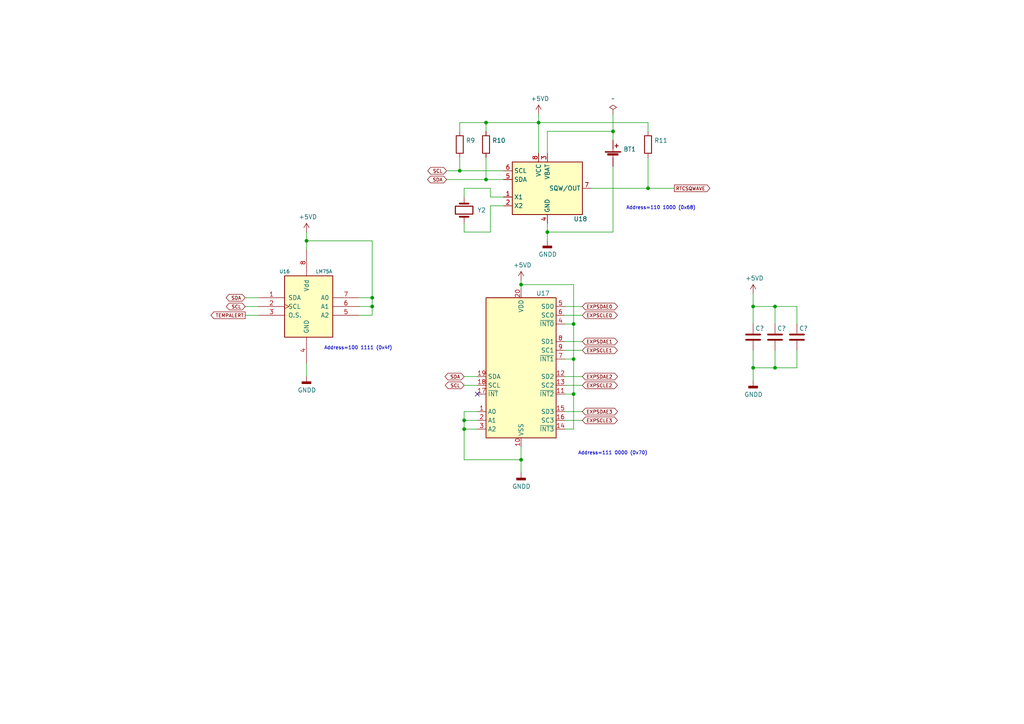
<source format=kicad_sch>
(kicad_sch (version 20211123) (generator eeschema)
  (paper "A4")
  (title_block (title "MAXI030 - 68030 based expandable computer") (date "2021-10-02") (comment 1 "Lawrence Manning"))
  (lib_symbols
    (symbol "Aslak:LM75A" (pin_names (offset 1.016))
      (property "Reference" "U" (at -6.35 10.16 0))
      (property "Value" "Aslak_LM75A" (at 5.08 10.16 0))
      (symbol "LM75A_0_1"
        (rectangle (start -6.35 8.89) (end 7.62 -8.89) (stroke (width 0.254)) (fill (type background)))
      )
      (symbol "LM75A_1_1"
        (pin bidirectional line (at -13.97 2.54 0) (length 7.62) (name "SDA") (number "1"))
        (pin bidirectional clock (at -13.97 0 0) (length 7.62) (name "SCL") (number "2"))
        (pin open_collector line (at -13.97 -2.54 0) (length 7.62) (name "O.S.") (number "3"))
        (pin power_in line (at 0 -16.51 90) (length 7.62) (name "GND") (number "4"))
        (pin input line (at 15.24 -2.54 180) (length 7.62) (name "A2") (number "5"))
        (pin input line (at 15.24 0 180) (length 7.62) (name "A1") (number "6"))
        (pin input line (at 15.24 2.54 180) (length 7.62) (name "A0") (number "7"))
        (pin power_in line (at 0 16.51 270) (length 7.62) (name "Vdd") (number "8"))
      )
    )
    (symbol "Device:Battery_Cell" (pin_numbers hide) (pin_names (offset 0) hide)
      (property "Reference" "BT" (at 2.54 2.54 0))
      (property "Value" "Battery_Cell" (at 2.54 0 0))
      (symbol "Battery_Cell_0_1"
        (rectangle (start -2.286 1.778) (end 2.286 1.524) (fill (type outline)))
        (rectangle (start -1.5748 1.1938) (end 1.4732 0.6858) (fill (type outline)))
        (polyline (pts (xy 0 0.762) (xy 0 0)))
        (polyline (pts (xy 0 1.778) (xy 0 2.54)))
        (polyline (pts (xy 0.508 3.429) (xy 1.524 3.429)) (stroke (width 0.254)))
        (polyline (pts (xy 1.016 3.937) (xy 1.016 2.921)) (stroke (width 0.254)))
      )
      (symbol "Battery_Cell_1_1"
        (pin passive line (at 0 5.08 270) (length 2.54) (name "+") (number "1"))
        (pin passive line (at 0 -2.54 90) (length 2.54) (name "-") (number "2"))
      )
    )
    (symbol "Device:C" (pin_numbers hide) (pin_names (offset 0.254))
      (property "Reference" "C" (at 0.635 2.54 0))
      (property "Value" "C" (at 0.635 -2.54 0))
      (symbol "C_0_1"
        (polyline (pts (xy -2.032 -0.762) (xy 2.032 -0.762)) (stroke (width 0.508)))
        (polyline (pts (xy -2.032 0.762) (xy 2.032 0.762)) (stroke (width 0.508)))
      )
      (symbol "C_1_1"
        (pin passive line (at 0 3.81 270) (length 2.794) (name "~") (number "1"))
        (pin passive line (at 0 -3.81 90) (length 2.794) (name "~") (number "2"))
      )
    )
    (symbol "Device:Crystal" (pin_numbers hide) (pin_names (offset 1.016) hide)
      (property "Reference" "Y" (at 0 3.81 0))
      (property "Value" "Crystal" (at 0 -3.81 0))
      (symbol "Crystal_0_1"
        (rectangle (start -1.143 2.54) (end 1.143 -2.54) (stroke (width 0.3048)))
        (polyline (pts (xy -2.54 0) (xy -1.905 0)))
        (polyline (pts (xy -1.905 -1.27) (xy -1.905 1.27)) (stroke (width 0.508)))
        (polyline (pts (xy 1.905 -1.27) (xy 1.905 1.27)) (stroke (width 0.508)))
        (polyline (pts (xy 2.54 0) (xy 1.905 0)))
      )
      (symbol "Crystal_1_1"
        (pin passive line (at -3.81 0 0) (length 1.27) (name "1") (number "1"))
        (pin passive line (at 3.81 0 180) (length 1.27) (name "2") (number "2"))
      )
    )
    (symbol "Device:R" (pin_numbers hide) (pin_names (offset 0))
      (property "Reference" "R" (at 2.032 0 90))
      (property "Value" "R" (at 0 0 90))
      (symbol "R_0_1"
        (rectangle (start -1.016 -2.54) (end 1.016 2.54) (stroke (width 0.254)))
      )
      (symbol "R_1_1"
        (pin passive line (at 0 3.81 270) (length 1.27) (name "~") (number "1"))
        (pin passive line (at 0 -3.81 90) (length 1.27) (name "~") (number "2"))
      )
    )
    (symbol "Interface_Expansion:PCA9544APW"
      (property "Reference" "U" (at -8.89 21.59 0))
      (property "Value" "PCA9544APW" (at 7.62 21.59 0))
      (symbol "PCA9544APW_0_1"
        (rectangle (start 10.16 20.32) (end -10.16 -20.32) (stroke (width 0.254)) (fill (type background)))
      )
      (symbol "PCA9544APW_1_1"
        (pin input line (at -12.7 -12.7 0) (length 2.54) (name "A0") (number "1"))
        (pin power_in line (at 0 -22.86 90) (length 2.54) (name "VSS") (number "10"))
        (pin input line (at 12.7 -7.62 180) (length 2.54) (name "~{INT2}") (number "11"))
        (pin bidirectional line (at 12.7 -2.54 180) (length 2.54) (name "SD2") (number "12"))
        (pin output line (at 12.7 -5.08 180) (length 2.54) (name "SC2") (number "13"))
        (pin input line (at 12.7 -17.78 180) (length 2.54) (name "~{INT3}") (number "14"))
        (pin bidirectional line (at 12.7 -12.7 180) (length 2.54) (name "SD3") (number "15"))
        (pin output line (at 12.7 -15.24 180) (length 2.54) (name "SC3") (number "16"))
        (pin open_collector line (at -12.7 -7.62 0) (length 2.54) (name "~{INT}") (number "17"))
        (pin input line (at -12.7 -5.08 0) (length 2.54) (name "SCL") (number "18"))
        (pin bidirectional line (at -12.7 -2.54 0) (length 2.54) (name "SDA") (number "19"))
        (pin input line (at -12.7 -15.24 0) (length 2.54) (name "A1") (number "2"))
        (pin power_in line (at 0 22.86 270) (length 2.54) (name "VDD") (number "20"))
        (pin input line (at -12.7 -17.78 0) (length 2.54) (name "A2") (number "3"))
        (pin input line (at 12.7 12.7 180) (length 2.54) (name "~{INT0}") (number "4"))
        (pin bidirectional line (at 12.7 17.78 180) (length 2.54) (name "SD0") (number "5"))
        (pin output line (at 12.7 15.24 180) (length 2.54) (name "SC0") (number "6"))
        (pin input line (at 12.7 2.54 180) (length 2.54) (name "~{INT1}") (number "7"))
        (pin bidirectional line (at 12.7 7.62 180) (length 2.54) (name "SD1") (number "8"))
        (pin output line (at 12.7 5.08 180) (length 2.54) (name "SC1") (number "9"))
      )
    )
    (symbol "Timer_RTC:DS1307Z+"
      (property "Reference" "U" (at -8.89 8.89 0))
      (property "Value" "DS1307Z+" (at 1.27 8.89 0))
      (symbol "DS1307Z+_0_1"
        (rectangle (start -10.16 7.62) (end 10.16 -7.62) (stroke (width 0.254)) (fill (type background)))
      )
      (symbol "DS1307Z+_1_1"
        (pin input line (at -12.7 -2.54 0) (length 2.54) (name "X1") (number "1"))
        (pin input line (at -12.7 -5.08 0) (length 2.54) (name "X2") (number "2"))
        (pin power_in line (at 0 10.16 270) (length 2.54) (name "VBAT") (number "3"))
        (pin power_in line (at 0 -10.16 90) (length 2.54) (name "GND") (number "4"))
        (pin bidirectional line (at -12.7 2.54 0) (length 2.54) (name "SDA") (number "5"))
        (pin input line (at -12.7 5.08 0) (length 2.54) (name "SCL") (number "6"))
        (pin open_collector line (at 12.7 0 180) (length 2.54) (name "SQW/OUT") (number "7"))
        (pin power_in line (at -2.54 10.16 270) (length 2.54) (name "VCC") (number "8"))
      )
    )
    (symbol "power:+5VD" (power) (pin_names (offset 0))
      (property "Value" "+5VD" (at 0 3.556 0))
      (symbol "+5VD_0_1"
        (polyline (pts (xy -0.762 1.27) (xy 0 2.54)))
        (polyline (pts (xy 0 0) (xy 0 2.54)))
        (polyline (pts (xy 0 2.54) (xy 0.762 1.27)))
      )
      (symbol "+5VD_1_1"
        (pin power_in line (at 0 0 90) (length 0) hide (name "+5VD") (number "1"))
      )
    )
    (symbol "power:GNDD" (power) (pin_names (offset 0))
      (property "Value" "GNDD" (at 0 -3.175 0))
      (symbol "GNDD_0_1"
        (rectangle (start -1.27 -1.524) (end 1.27 -2.032) (stroke (width 0.254)) (fill (type outline)))
        (polyline (pts (xy 0 0) (xy 0 -1.524)))
      )
      (symbol "GNDD_1_1"
        (pin power_in line (at 0 0 270) (length 0) hide (name "GNDD") (number "1"))
      )
    )
    (symbol "power:PWR_FLAG" (power) (pin_numbers hide) (pin_names (offset 0) hide)
      (property "Value" "PWR_FLAG" (at 0 3.81 0))
      (symbol "PWR_FLAG_0_0"
        (pin power_out line (at 0 0 90) (length 0) (name "pwr") (number "1"))
      )
      (symbol "PWR_FLAG_0_1"
        (polyline (pts (xy 0 0) (xy 0 1.27) (xy -1.016 1.905) (xy 0 2.54) (xy 1.016 1.905) (xy 0 1.27)))
      )
    )
  )
  (junction (at 140.97 35.56))
  (junction (at 166.37 104.14))
  (junction (at 156.21 35.56))
  (junction (at 134.62 121.92))
  (junction (at 224.79 106.68))
  (junction (at 140.97 52.07))
  (junction (at 187.96 54.61))
  (junction (at 151.13 133.35))
  (junction (at 107.95 88.9))
  (junction (at 133.35 49.53))
  (junction (at 134.62 124.46))
  (junction (at 151.13 82.55))
  (junction (at 166.37 93.98))
  (junction (at 224.79 88.9))
  (junction (at 218.44 106.68))
  (junction (at 218.44 88.9))
  (junction (at 107.95 86.36))
  (junction (at 177.8 38.1))
  (junction (at 88.9 69.85))
  (junction (at 166.37 114.3))
  (junction (at 158.75 67.31))
  (no_connect (at 138.43 114.3))
  (wire (pts (xy 151.13 82.55) (xy 151.13 81.28)))
  (wire (pts (xy 133.35 35.56) (xy 140.97 35.56)))
  (wire (pts (xy 74.93 88.9) (xy 71.12 88.9)))
  (wire (pts (xy 218.44 85.09) (xy 218.44 88.9)))
  (wire (pts (xy 142.24 59.69) (xy 146.05 59.69)))
  (wire (pts (xy 231.14 106.68) (xy 224.79 106.68)))
  (wire (pts (xy 138.43 119.38) (xy 134.62 119.38)))
  (wire (pts (xy 218.44 88.9) (xy 218.44 93.98)))
  (wire (pts (xy 74.93 86.36) (xy 71.12 86.36)))
  (wire (pts (xy 134.62 119.38) (xy 134.62 121.92)))
  (wire (pts (xy 177.8 67.31) (xy 177.8 48.26)))
  (wire (pts (xy 158.75 38.1) (xy 177.8 38.1)))
  (wire (pts (xy 168.91 88.9) (xy 163.83 88.9)))
  (wire (pts (xy 107.95 91.44) (xy 107.95 88.9)))
  (wire (pts (xy 142.24 57.15) (xy 146.05 57.15)))
  (wire (pts (xy 166.37 93.98) (xy 166.37 82.55)))
  (wire (pts (xy 218.44 106.68) (xy 218.44 110.49)))
  (wire (pts (xy 138.43 124.46) (xy 134.62 124.46)))
  (wire (pts (xy 134.62 64.77) (xy 134.62 67.31)))
  (wire (pts (xy 177.8 38.1) (xy 177.8 40.64)))
  (wire (pts (xy 168.91 101.6) (xy 163.83 101.6)))
  (wire (pts (xy 166.37 82.55) (xy 151.13 82.55)))
  (wire (pts (xy 142.24 54.61) (xy 142.24 57.15)))
  (wire (pts (xy 134.62 67.31) (xy 142.24 67.31)))
  (wire (pts (xy 134.62 124.46) (xy 134.62 133.35)))
  (wire (pts (xy 146.05 52.07) (xy 140.97 52.07)))
  (wire (pts (xy 151.13 133.35) (xy 151.13 129.54)))
  (wire (pts (xy 142.24 67.31) (xy 142.24 59.69)))
  (wire (pts (xy 166.37 124.46) (xy 166.37 114.3)))
  (wire (pts (xy 104.14 86.36) (xy 107.95 86.36)))
  (wire (pts (xy 138.43 121.92) (xy 134.62 121.92)))
  (wire (pts (xy 168.91 111.76) (xy 163.83 111.76)))
  (wire (pts (xy 104.14 88.9) (xy 107.95 88.9)))
  (wire (pts (xy 138.43 109.22) (xy 134.62 109.22)))
  (wire (pts (xy 134.62 54.61) (xy 142.24 54.61)))
  (wire (pts (xy 133.35 49.53) (xy 146.05 49.53)))
  (wire (pts (xy 140.97 35.56) (xy 156.21 35.56)))
  (wire (pts (xy 151.13 83.82) (xy 151.13 82.55)))
  (wire (pts (xy 163.83 104.14) (xy 166.37 104.14)))
  (wire (pts (xy 104.14 91.44) (xy 107.95 91.44)))
  (wire (pts (xy 129.54 49.53) (xy 133.35 49.53)))
  (wire (pts (xy 224.79 106.68) (xy 218.44 106.68)))
  (wire (pts (xy 158.75 67.31) (xy 158.75 69.85)))
  (wire (pts (xy 166.37 104.14) (xy 166.37 93.98)))
  (wire (pts (xy 134.62 133.35) (xy 151.13 133.35)))
  (wire (pts (xy 158.75 64.77) (xy 158.75 67.31)))
  (wire (pts (xy 156.21 35.56) (xy 187.96 35.56)))
  (wire (pts (xy 107.95 88.9) (xy 107.95 86.36)))
  (wire (pts (xy 163.83 114.3) (xy 166.37 114.3)))
  (wire (pts (xy 168.91 91.44) (xy 163.83 91.44)))
  (wire (pts (xy 231.14 101.6) (xy 231.14 106.68)))
  (wire (pts (xy 156.21 35.56) (xy 156.21 33.02)))
  (wire (pts (xy 166.37 114.3) (xy 166.37 104.14)))
  (wire (pts (xy 88.9 72.39) (xy 88.9 69.85)))
  (wire (pts (xy 71.12 91.44) (xy 74.93 91.44)))
  (wire (pts (xy 224.79 88.9) (xy 224.79 93.98)))
  (wire (pts (xy 88.9 105.41) (xy 88.9 109.22)))
  (wire (pts (xy 158.75 67.31) (xy 177.8 67.31)))
  (wire (pts (xy 231.14 88.9) (xy 231.14 93.98)))
  (wire (pts (xy 163.83 93.98) (xy 166.37 93.98)))
  (wire (pts (xy 134.62 57.15) (xy 134.62 54.61)))
  (wire (pts (xy 138.43 111.76) (xy 134.62 111.76)))
  (wire (pts (xy 187.96 35.56) (xy 187.96 38.1)))
  (wire (pts (xy 140.97 45.72) (xy 140.97 52.07)))
  (wire (pts (xy 158.75 44.45) (xy 158.75 38.1)))
  (wire (pts (xy 88.9 69.85) (xy 88.9 67.31)))
  (wire (pts (xy 168.91 109.22) (xy 163.83 109.22)))
  (wire (pts (xy 133.35 45.72) (xy 133.35 49.53)))
  (wire (pts (xy 133.35 38.1) (xy 133.35 35.56)))
  (wire (pts (xy 140.97 35.56) (xy 140.97 38.1)))
  (wire (pts (xy 224.79 101.6) (xy 224.79 106.68)))
  (wire (pts (xy 224.79 88.9) (xy 231.14 88.9)))
  (wire (pts (xy 187.96 54.61) (xy 195.58 54.61)))
  (wire (pts (xy 151.13 133.35) (xy 151.13 137.16)))
  (wire (pts (xy 134.62 121.92) (xy 134.62 124.46)))
  (wire (pts (xy 168.91 99.06) (xy 163.83 99.06)))
  (wire (pts (xy 107.95 69.85) (xy 88.9 69.85)))
  (wire (pts (xy 218.44 88.9) (xy 224.79 88.9)))
  (wire (pts (xy 218.44 101.6) (xy 218.44 106.68)))
  (wire (pts (xy 163.83 124.46) (xy 166.37 124.46)))
  (wire (pts (xy 187.96 45.72) (xy 187.96 54.61)))
  (wire (pts (xy 171.45 54.61) (xy 187.96 54.61)))
  (wire (pts (xy 156.21 44.45) (xy 156.21 35.56)))
  (wire (pts (xy 177.8 33.02) (xy 177.8 38.1)))
  (wire (pts (xy 107.95 86.36) (xy 107.95 69.85)))
  (wire (pts (xy 168.91 121.92) (xy 163.83 121.92)))
  (wire (pts (xy 168.91 119.38) (xy 163.83 119.38)))
  (wire (pts (xy 140.97 52.07) (xy 129.54 52.07)))
  (text "Address=111 0000 (0x70)" (at 167.64 132.08 0) (effects (font (size 0.9906 0.9906)) (justify left bottom)))
  (text "Address=100 1111 (0x4f)" (at 93.98 101.6 0) (effects (font (size 0.9906 0.9906)) (justify left bottom)))
  (text "Address=110 1000 (0x68)" (at 181.61 60.96 0) (effects (font (size 0.9906 0.9906)) (justify left bottom)))
  (global_label "SCL" (shape bidirectional) (at 134.62 111.76 180) (effects (font (size 0.9906 0.9906))) (property "Intersheet References" "${INTERSHEET_REFS}" (effects hide)))
  (global_label "EXPSCLE1" (shape bidirectional) (at 168.91 101.6 0) (effects (font (size 0.9906 0.9906))) (property "Intersheet References" "${INTERSHEET_REFS}" (effects hide)))
  (global_label "SCL" (shape bidirectional) (at 71.12 88.9 180) (effects (font (size 0.9906 0.9906))) (property "Intersheet References" "${INTERSHEET_REFS}" (effects hide)))
  (global_label "SCL" (shape bidirectional) (at 129.54 49.53 180) (effects (font (size 0.9906 0.9906))) (property "Intersheet References" "${INTERSHEET_REFS}" (effects hide)))
  (global_label "EXPSDAE3" (shape bidirectional) (at 168.91 119.38 0) (effects (font (size 0.9906 0.9906))) (property "Intersheet References" "${INTERSHEET_REFS}" (effects hide)))
  (global_label "EXPSDAE2" (shape bidirectional) (at 168.91 109.22 0) (effects (font (size 0.9906 0.9906))) (property "Intersheet References" "${INTERSHEET_REFS}" (effects hide)))
  (global_label "EXPSDAE1" (shape bidirectional) (at 168.91 99.06 0) (effects (font (size 0.9906 0.9906))) (property "Intersheet References" "${INTERSHEET_REFS}" (effects hide)))
  (global_label "EXPSCLE2" (shape bidirectional) (at 168.91 111.76 0) (effects (font (size 0.9906 0.9906))) (property "Intersheet References" "${INTERSHEET_REFS}" (effects hide)))
  (global_label "TEMPALERT" (shape output) (at 71.12 91.44 180) (effects (font (size 0.9906 0.9906))) (property "Intersheet References" "${INTERSHEET_REFS}" (effects hide)))
  (global_label "SDA" (shape bidirectional) (at 134.62 109.22 180) (effects (font (size 0.9906 0.9906))) (property "Intersheet References" "${INTERSHEET_REFS}" (effects hide)))
  (global_label "SDA" (shape bidirectional) (at 129.54 52.07 180) (effects (font (size 0.9906 0.9906))) (property "Intersheet References" "${INTERSHEET_REFS}" (effects hide)))
  (global_label "EXPSCLE3" (shape bidirectional) (at 168.91 121.92 0) (effects (font (size 0.9906 0.9906))) (property "Intersheet References" "${INTERSHEET_REFS}" (effects hide)))
  (global_label "SDA" (shape bidirectional) (at 71.12 86.36 180) (effects (font (size 0.9906 0.9906))) (property "Intersheet References" "${INTERSHEET_REFS}" (effects hide)))
  (global_label "EXPSDAE0" (shape bidirectional) (at 168.91 88.9 0) (effects (font (size 0.9906 0.9906))) (property "Intersheet References" "${INTERSHEET_REFS}" (effects hide)))
  (global_label "RTCSQWAVE" (shape output) (at 195.58 54.61 0) (effects (font (size 0.9906 0.9906))) (property "Intersheet References" "${INTERSHEET_REFS}" (effects hide)))
  (global_label "EXPSCLE0" (shape bidirectional) (at 168.91 91.44 0) (effects (font (size 0.9906 0.9906))) (property "Intersheet References" "${INTERSHEET_REFS}" (effects hide)))
  (symbol (lib_id "Device:Battery_Cell") (at 177.8 45.72 0) (unit 1)
    (property "Reference" "BT1" (at 180.7972 43.2816 0) (effects (justify left)))
  )
  (symbol (lib_id "power:PWR_FLAG") (at 177.8 33.02 0) (unit 1)
    (property "Reference" "#FLG02" (effects hide))
  )
  (symbol (lib_id "power:+5VD") (at 218.44 85.09 0) (unit 1)
    (property "Reference" "#PWR074" (effects hide))
  )
  (symbol (lib_id "Timer_RTC:DS1307Z+") (at 158.75 54.61 0) (unit 1)
    (property "Reference" "U18" (at 166.37 63.5 0) (effects (justify left)))
    (property "Datasheet" "https://datasheets.maximintegrated.com/en/ds/DS1307.pdf" (effects hide))
  )
  (symbol (lib_id "Device:Crystal") (at 134.62 60.96 90) (unit 1)
    (property "Reference" "Y2" (at 138.43 60.96 90) (effects (justify right)))
  )
  (symbol (lib_id "power:GNDD") (at 158.75 69.85 0) (unit 1)
    (property "Reference" "#PWR073" (effects hide))
  )
  (symbol (lib_id "Device:R") (at 133.35 41.91 0) (unit 1)
    (property "Reference" "R9" (at 135.128 40.7416 0) (effects (justify left)))
  )
  (symbol (lib_id "Device:R") (at 140.97 41.91 0) (unit 1)
    (property "Reference" "R10" (at 142.748 40.7416 0) (effects (justify left)))
  )
  (symbol (lib_id "power:+5VD") (at 156.21 33.02 0) (unit 1)
    (property "Reference" "#PWR072" (effects hide))
  )
  (symbol (lib_id "Device:R") (at 187.96 41.91 0) (unit 1)
    (property "Reference" "R11" (at 189.738 40.7416 0) (effects (justify left)))
  )
  (symbol (lib_id "Device:C") (at 218.44 97.79 0) (unit 1)
    (property "Reference" "C?" (at 219.075 95.25 0) (effects (justify left)))
  )
  (symbol (lib_id "power:GNDD") (at 218.44 110.49 0) (unit 1)
    (property "Reference" "#PWR?" (effects hide))
  )
  (symbol (lib_id "power:GNDD") (at 88.9 109.22 0) (unit 1)
    (property "Reference" "#PWR069" (effects hide))
  )
  (symbol (lib_id "power:+5VD") (at 88.9 67.31 0) (unit 1)
    (property "Reference" "#PWR068" (effects hide))
  )
  (symbol (lib_id "Device:C") (at 224.79 97.79 0) (unit 1)
    (property "Reference" "C?" (at 225.425 95.25 0) (effects (justify left)))
  )
  (symbol (lib_id "Device:C") (at 231.14 97.79 0) (unit 1)
    (property "Reference" "C?" (at 231.775 95.25 0) (effects (justify left)))
  )
  (symbol (lib_id "Aslak:LM75A") (at 88.9 88.9 0) (unit 1)
    (property "Reference" "U16" (at 82.55 78.74 0) (effects (font (size 0.9906 0.9906))))
    (property "Value" "LM75A" (at 93.98 78.74 0) (effects (font (size 0.9906 0.9906))))
    (property "Footprint" "Package_SO:SO-8_3.9x4.9mm_P1.27mm" (effects hide))
  )
  (symbol (lib_id "Interface_Expansion:PCA9544APW") (at 151.13 106.68 0) (unit 1)
    (property "Reference" "U17" (at 157.48 85.09 0))
    (property "Datasheet" "http://www.nxp.com/documents/data_sheet/PCA9544A.pdf" (effects hide))
  )
  (symbol (lib_id "power:+5VD") (at 151.13 81.28 0) (unit 1)
    (property "Reference" "#PWR070" (effects hide))
  )
  (symbol (lib_id "power:GNDD") (at 151.13 137.16 0) (unit 1)
    (property "Reference" "#PWR071" (effects hide))
  )
)
</source>
